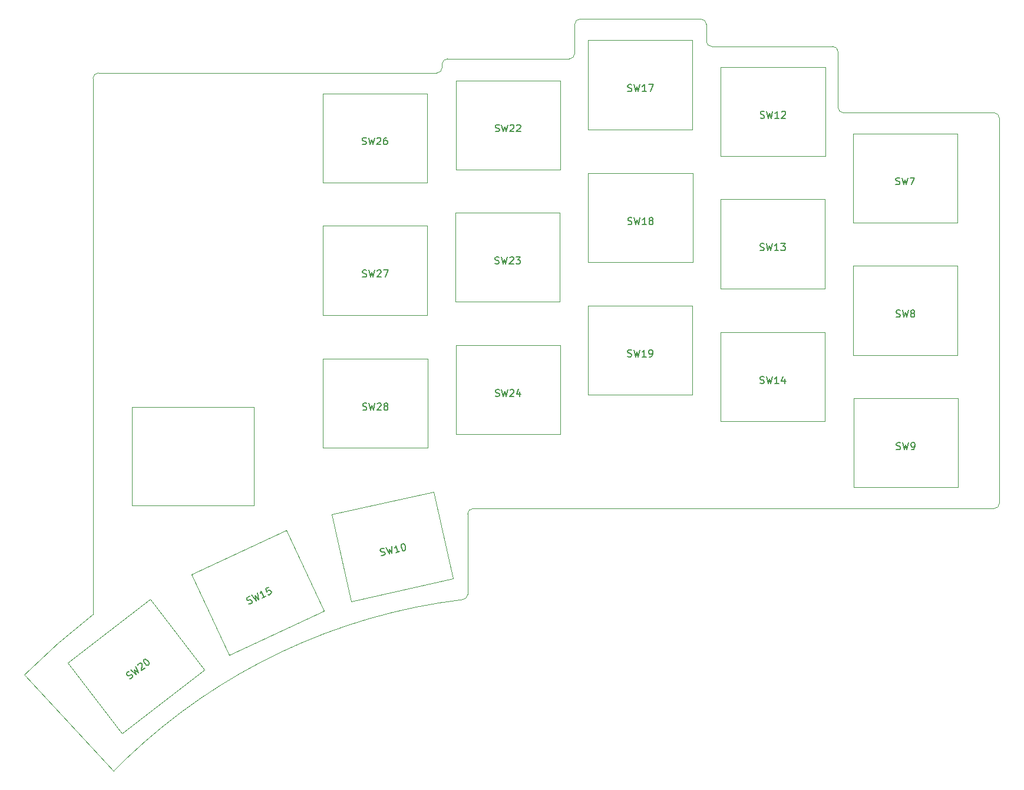
<source format=gbr>
%TF.GenerationSoftware,KiCad,Pcbnew,(5.1.7)-1*%
%TF.CreationDate,2021-07-26T00:39:18+05:30*%
%TF.ProjectId,Pteron36v0,50746572-6f6e-4333-9676-302e6b696361,rev?*%
%TF.SameCoordinates,Original*%
%TF.FileFunction,Profile,NP*%
%FSLAX46Y46*%
G04 Gerber Fmt 4.6, Leading zero omitted, Abs format (unit mm)*
G04 Created by KiCad (PCBNEW (5.1.7)-1) date 2021-07-26 00:39:18*
%MOMM*%
%LPD*%
G01*
G04 APERTURE LIST*
%TA.AperFunction,Profile*%
%ADD10C,0.050000*%
%TD*%
%TA.AperFunction,Profile*%
%ADD11C,0.120000*%
%TD*%
%ADD12C,0.150000*%
G04 APERTURE END LIST*
D10*
X70263096Y-135074394D02*
X70280491Y-135091801D01*
X70263096Y-135074393D02*
G75*
G02*
X80093256Y-126423331I73086158J-73136937D01*
G01*
X80093255Y-120238431D02*
X80093255Y-126423331D01*
X80855255Y-48572330D02*
X89855255Y-48572330D01*
X205579254Y-111183330D02*
X209579254Y-111183330D01*
X205579254Y-54287331D02*
X209579254Y-54287330D01*
X70280491Y-135091801D02*
X83082923Y-148893623D01*
X80093255Y-49334331D02*
X80093255Y-120238431D01*
X89855255Y-48572330D02*
X102455255Y-48572330D01*
X210341254Y-55049330D02*
X210341254Y-110421331D01*
X83082923Y-148893623D02*
G75*
G02*
X84967536Y-147037441I60291732J-59330407D01*
G01*
X168241254Y-41587331D02*
X168241255Y-44000330D01*
X133934254Y-123502330D02*
X133934254Y-122867330D01*
X84967535Y-147037441D02*
G75*
G02*
X133172255Y-124264332I58381719J-61173889D01*
G01*
X134696255Y-111183331D02*
X144746254Y-111183330D01*
X180814254Y-111183330D02*
X205579254Y-111183330D01*
X204817254Y-54287330D02*
X205579254Y-54287331D01*
X209579254Y-54287330D02*
G75*
G02*
X210341254Y-55049330I0J-762000D01*
G01*
X210341254Y-110421330D02*
G75*
G02*
X209579254Y-111183330I-762000J0D01*
G01*
X144746254Y-111183330D02*
X180814254Y-111183330D01*
X133934254Y-111945329D02*
X133934254Y-122867330D01*
X133934256Y-111945330D02*
G75*
G02*
X134696255Y-111183331I761999J0D01*
G01*
X133934254Y-123502329D02*
G75*
G02*
X133172255Y-124264330I-762000J-1D01*
G01*
X80093254Y-49334329D02*
G75*
G02*
X80855255Y-48572330I762000J-1D01*
G01*
X129506255Y-48572330D02*
X102455255Y-48572330D01*
X149318255Y-45778330D02*
X149318255Y-41587330D01*
X131030255Y-46540331D02*
X148556255Y-46540331D01*
X130268254Y-47302330D02*
X130268254Y-47810330D01*
X130268253Y-47810330D02*
G75*
G02*
X129506255Y-48572330I-761999J-1D01*
G01*
X130268255Y-47302331D02*
G75*
G02*
X131030255Y-46540331I762000J0D01*
G01*
X149318256Y-45778330D02*
G75*
G02*
X148556255Y-46540331I-762001J0D01*
G01*
X149318255Y-41587330D02*
G75*
G02*
X150080254Y-40825331I761999J0D01*
G01*
X167479254Y-40825331D02*
X150080254Y-40825331D01*
X167479255Y-40825330D02*
G75*
G02*
X168241254Y-41587331I-1J-762000D01*
G01*
X169003255Y-44762328D02*
G75*
G02*
X168241255Y-44000330I-1J761999D01*
G01*
X186402254Y-44762330D02*
X169003254Y-44762330D01*
X186402256Y-44762330D02*
G75*
G02*
X187164255Y-45524331I-1J-762000D01*
G01*
X187164255Y-53525331D02*
X187164255Y-45524331D01*
X187926254Y-54287330D02*
X188561254Y-54287330D01*
X187926256Y-54287330D02*
G75*
G02*
X187164255Y-53525331I-1J762000D01*
G01*
X204817254Y-54287330D02*
X188561254Y-54287330D01*
%TO.C,RE1*%
X103215254Y-110750330D02*
X85715254Y-110750330D01*
X103215254Y-110750330D02*
X103215254Y-96550330D01*
X85715254Y-96550330D02*
X85715254Y-110750330D01*
X85715254Y-96550330D02*
X103215254Y-96550330D01*
D11*
%TO.C,SW28*%
X113161509Y-89669365D02*
X128161509Y-89669365D01*
X113161509Y-89669365D02*
X113161509Y-102469365D01*
X128161509Y-89669365D02*
X128161509Y-102469365D01*
X113161509Y-102469365D02*
X128161509Y-102469365D01*
%TO.C,SW27*%
X113142130Y-70543915D02*
X128142130Y-70543915D01*
X113142130Y-70543915D02*
X113142130Y-83343915D01*
X128142130Y-70543915D02*
X128142130Y-83343915D01*
X113142130Y-83343915D02*
X128142130Y-83343915D01*
%TO.C,SW26*%
X113098486Y-51509020D02*
X128098486Y-51509020D01*
X113098486Y-51509020D02*
X113098486Y-64309020D01*
X128098486Y-51509020D02*
X128098486Y-64309020D01*
X113098486Y-64309020D02*
X128098486Y-64309020D01*
%TO.C,SW24*%
X132228913Y-87693290D02*
X147228913Y-87693290D01*
X132228913Y-87693290D02*
X132228913Y-100493290D01*
X147228913Y-87693290D02*
X147228913Y-100493290D01*
X132228913Y-100493290D02*
X147228913Y-100493290D01*
%TO.C,SW23*%
X132185269Y-68658394D02*
X147185269Y-68658394D01*
X132185269Y-68658394D02*
X132185269Y-81458394D01*
X147185269Y-68658394D02*
X147185269Y-81458394D01*
X132185269Y-81458394D02*
X147185269Y-81458394D01*
%TO.C,SW22*%
X132232181Y-49647769D02*
X147232181Y-49647769D01*
X132232181Y-49647769D02*
X132232181Y-62447769D01*
X147232181Y-49647769D02*
X147232181Y-62447769D01*
X132232181Y-62447769D02*
X147232181Y-62447769D01*
%TO.C,SW20*%
X76432486Y-133320428D02*
X88332786Y-124189007D01*
X76432486Y-133320428D02*
X84224632Y-143475351D01*
X88332786Y-124189007D02*
X96124932Y-134343930D01*
X84224632Y-143475351D02*
X96124932Y-134343930D01*
%TO.C,SW19*%
X151222246Y-82009196D02*
X166222246Y-82009196D01*
X151222246Y-82009196D02*
X151222246Y-94809196D01*
X166222246Y-82009196D02*
X166222246Y-94809196D01*
X151222246Y-94809196D02*
X166222246Y-94809196D01*
%TO.C,SW18*%
X151269162Y-62998567D02*
X166269162Y-62998567D01*
X151269162Y-62998567D02*
X151269162Y-75798567D01*
X166269162Y-62998567D02*
X166269162Y-75798567D01*
X151269162Y-75798567D02*
X166269162Y-75798567D01*
%TO.C,SW17*%
X151249779Y-43873116D02*
X166249779Y-43873116D01*
X151249779Y-43873116D02*
X151249779Y-56673116D01*
X166249779Y-43873116D02*
X166249779Y-56673116D01*
X151249779Y-56673116D02*
X166249779Y-56673116D01*
%TO.C,SW15*%
X94260030Y-120648127D02*
X107854647Y-114308853D01*
X94260030Y-120648127D02*
X99669543Y-132248867D01*
X107854647Y-114308853D02*
X113264160Y-125909593D01*
X99669543Y-132248867D02*
X113264160Y-125909593D01*
%TO.C,SW14*%
X170282678Y-85854677D02*
X185282678Y-85854677D01*
X170282678Y-85854677D02*
X170282678Y-98654677D01*
X185282678Y-85854677D02*
X185282678Y-98654677D01*
X170282678Y-98654677D02*
X185282678Y-98654677D01*
%TO.C,SW13*%
X170263305Y-66729232D02*
X185263305Y-66729232D01*
X170263305Y-66729232D02*
X170263305Y-79529232D01*
X185263305Y-66729232D02*
X185263305Y-79529232D01*
X170263305Y-79529232D02*
X185263305Y-79529232D01*
%TO.C,SW12*%
X170310215Y-47718605D02*
X185310215Y-47718605D01*
X170310215Y-47718605D02*
X170310215Y-60518605D01*
X185310215Y-47718605D02*
X185310215Y-60518605D01*
X170310215Y-60518605D02*
X185310215Y-60518605D01*
%TO.C,SW10*%
X114405450Y-111997924D02*
X129049891Y-108751329D01*
X114405450Y-111997924D02*
X117175877Y-124494513D01*
X129049891Y-108751329D02*
X131820318Y-121247918D01*
X117175877Y-124494513D02*
X131820318Y-121247918D01*
%TO.C,SW9*%
X189384677Y-95340622D02*
X204384677Y-95340622D01*
X189384677Y-95340622D02*
X189384677Y-108140622D01*
X204384677Y-95340622D02*
X204384677Y-108140622D01*
X189384677Y-108140622D02*
X204384677Y-108140622D01*
%TO.C,SW8*%
X189341035Y-76305722D02*
X204341035Y-76305722D01*
X189341035Y-76305722D02*
X189341035Y-89105722D01*
X204341035Y-76305722D02*
X204341035Y-89105722D01*
X189341035Y-89105722D02*
X204341035Y-89105722D01*
%TO.C,SW7*%
X189297387Y-57270820D02*
X204297387Y-57270820D01*
X189297387Y-57270820D02*
X189297387Y-70070820D01*
X204297387Y-57270820D02*
X204297387Y-70070820D01*
X189297387Y-70070820D02*
X204297387Y-70070820D01*
%TD*%
%TO.C,SW28*%
D12*
X118851985Y-96974126D02*
X118994842Y-97021745D01*
X119232937Y-97021745D01*
X119328175Y-96974126D01*
X119375794Y-96926507D01*
X119423413Y-96831269D01*
X119423413Y-96736031D01*
X119375794Y-96640793D01*
X119328175Y-96593174D01*
X119232937Y-96545555D01*
X119042461Y-96497936D01*
X118947223Y-96450317D01*
X118899604Y-96402698D01*
X118851985Y-96307460D01*
X118851985Y-96212222D01*
X118899604Y-96116984D01*
X118947223Y-96069365D01*
X119042461Y-96021745D01*
X119280556Y-96021745D01*
X119423413Y-96069365D01*
X119756747Y-96021745D02*
X119994842Y-97021745D01*
X120185318Y-96307460D01*
X120375794Y-97021745D01*
X120613889Y-96021745D01*
X120947223Y-96116984D02*
X120994842Y-96069365D01*
X121090080Y-96021745D01*
X121328175Y-96021745D01*
X121423413Y-96069365D01*
X121471032Y-96116984D01*
X121518651Y-96212222D01*
X121518651Y-96307460D01*
X121471032Y-96450317D01*
X120899604Y-97021745D01*
X121518651Y-97021745D01*
X122090080Y-96450317D02*
X121994842Y-96402698D01*
X121947223Y-96355079D01*
X121899604Y-96259841D01*
X121899604Y-96212222D01*
X121947223Y-96116984D01*
X121994842Y-96069365D01*
X122090080Y-96021745D01*
X122280556Y-96021745D01*
X122375794Y-96069365D01*
X122423413Y-96116984D01*
X122471032Y-96212222D01*
X122471032Y-96259841D01*
X122423413Y-96355079D01*
X122375794Y-96402698D01*
X122280556Y-96450317D01*
X122090080Y-96450317D01*
X121994842Y-96497936D01*
X121947223Y-96545555D01*
X121899604Y-96640793D01*
X121899604Y-96831269D01*
X121947223Y-96926507D01*
X121994842Y-96974126D01*
X122090080Y-97021745D01*
X122280556Y-97021745D01*
X122375794Y-96974126D01*
X122423413Y-96926507D01*
X122471032Y-96831269D01*
X122471032Y-96640793D01*
X122423413Y-96545555D01*
X122375794Y-96497936D01*
X122280556Y-96450317D01*
%TO.C,SW27*%
X118832606Y-77848676D02*
X118975463Y-77896295D01*
X119213558Y-77896295D01*
X119308796Y-77848676D01*
X119356415Y-77801057D01*
X119404034Y-77705819D01*
X119404034Y-77610581D01*
X119356415Y-77515343D01*
X119308796Y-77467724D01*
X119213558Y-77420105D01*
X119023082Y-77372486D01*
X118927844Y-77324867D01*
X118880225Y-77277248D01*
X118832606Y-77182010D01*
X118832606Y-77086772D01*
X118880225Y-76991534D01*
X118927844Y-76943915D01*
X119023082Y-76896295D01*
X119261177Y-76896295D01*
X119404034Y-76943915D01*
X119737368Y-76896295D02*
X119975463Y-77896295D01*
X120165939Y-77182010D01*
X120356415Y-77896295D01*
X120594510Y-76896295D01*
X120927844Y-76991534D02*
X120975463Y-76943915D01*
X121070701Y-76896295D01*
X121308796Y-76896295D01*
X121404034Y-76943915D01*
X121451653Y-76991534D01*
X121499272Y-77086772D01*
X121499272Y-77182010D01*
X121451653Y-77324867D01*
X120880225Y-77896295D01*
X121499272Y-77896295D01*
X121832606Y-76896295D02*
X122499272Y-76896295D01*
X122070701Y-77896295D01*
%TO.C,SW26*%
X118788962Y-58813781D02*
X118931819Y-58861400D01*
X119169914Y-58861400D01*
X119265152Y-58813781D01*
X119312771Y-58766162D01*
X119360390Y-58670924D01*
X119360390Y-58575686D01*
X119312771Y-58480448D01*
X119265152Y-58432829D01*
X119169914Y-58385210D01*
X118979438Y-58337591D01*
X118884200Y-58289972D01*
X118836581Y-58242353D01*
X118788962Y-58147115D01*
X118788962Y-58051877D01*
X118836581Y-57956639D01*
X118884200Y-57909020D01*
X118979438Y-57861400D01*
X119217533Y-57861400D01*
X119360390Y-57909020D01*
X119693724Y-57861400D02*
X119931819Y-58861400D01*
X120122295Y-58147115D01*
X120312771Y-58861400D01*
X120550866Y-57861400D01*
X120884200Y-57956639D02*
X120931819Y-57909020D01*
X121027057Y-57861400D01*
X121265152Y-57861400D01*
X121360390Y-57909020D01*
X121408009Y-57956639D01*
X121455628Y-58051877D01*
X121455628Y-58147115D01*
X121408009Y-58289972D01*
X120836581Y-58861400D01*
X121455628Y-58861400D01*
X122312771Y-57861400D02*
X122122295Y-57861400D01*
X122027057Y-57909020D01*
X121979438Y-57956639D01*
X121884200Y-58099496D01*
X121836581Y-58289972D01*
X121836581Y-58670924D01*
X121884200Y-58766162D01*
X121931819Y-58813781D01*
X122027057Y-58861400D01*
X122217533Y-58861400D01*
X122312771Y-58813781D01*
X122360390Y-58766162D01*
X122408009Y-58670924D01*
X122408009Y-58432829D01*
X122360390Y-58337591D01*
X122312771Y-58289972D01*
X122217533Y-58242353D01*
X122027057Y-58242353D01*
X121931819Y-58289972D01*
X121884200Y-58337591D01*
X121836581Y-58432829D01*
%TO.C,SW24*%
X137919389Y-94998051D02*
X138062246Y-95045670D01*
X138300341Y-95045670D01*
X138395579Y-94998051D01*
X138443198Y-94950432D01*
X138490817Y-94855194D01*
X138490817Y-94759956D01*
X138443198Y-94664718D01*
X138395579Y-94617099D01*
X138300341Y-94569480D01*
X138109865Y-94521861D01*
X138014627Y-94474242D01*
X137967008Y-94426623D01*
X137919389Y-94331385D01*
X137919389Y-94236147D01*
X137967008Y-94140909D01*
X138014627Y-94093290D01*
X138109865Y-94045670D01*
X138347960Y-94045670D01*
X138490817Y-94093290D01*
X138824151Y-94045670D02*
X139062246Y-95045670D01*
X139252722Y-94331385D01*
X139443198Y-95045670D01*
X139681293Y-94045670D01*
X140014627Y-94140909D02*
X140062246Y-94093290D01*
X140157484Y-94045670D01*
X140395579Y-94045670D01*
X140490817Y-94093290D01*
X140538436Y-94140909D01*
X140586055Y-94236147D01*
X140586055Y-94331385D01*
X140538436Y-94474242D01*
X139967008Y-95045670D01*
X140586055Y-95045670D01*
X141443198Y-94379004D02*
X141443198Y-95045670D01*
X141205103Y-93998051D02*
X140967008Y-94712337D01*
X141586055Y-94712337D01*
%TO.C,SW23*%
X137875745Y-75963155D02*
X138018602Y-76010774D01*
X138256697Y-76010774D01*
X138351935Y-75963155D01*
X138399554Y-75915536D01*
X138447173Y-75820298D01*
X138447173Y-75725060D01*
X138399554Y-75629822D01*
X138351935Y-75582203D01*
X138256697Y-75534584D01*
X138066221Y-75486965D01*
X137970983Y-75439346D01*
X137923364Y-75391727D01*
X137875745Y-75296489D01*
X137875745Y-75201251D01*
X137923364Y-75106013D01*
X137970983Y-75058394D01*
X138066221Y-75010774D01*
X138304316Y-75010774D01*
X138447173Y-75058394D01*
X138780507Y-75010774D02*
X139018602Y-76010774D01*
X139209078Y-75296489D01*
X139399554Y-76010774D01*
X139637649Y-75010774D01*
X139970983Y-75106013D02*
X140018602Y-75058394D01*
X140113840Y-75010774D01*
X140351935Y-75010774D01*
X140447173Y-75058394D01*
X140494792Y-75106013D01*
X140542411Y-75201251D01*
X140542411Y-75296489D01*
X140494792Y-75439346D01*
X139923364Y-76010774D01*
X140542411Y-76010774D01*
X140875745Y-75010774D02*
X141494792Y-75010774D01*
X141161459Y-75391727D01*
X141304316Y-75391727D01*
X141399554Y-75439346D01*
X141447173Y-75486965D01*
X141494792Y-75582203D01*
X141494792Y-75820298D01*
X141447173Y-75915536D01*
X141399554Y-75963155D01*
X141304316Y-76010774D01*
X141018602Y-76010774D01*
X140923364Y-75963155D01*
X140875745Y-75915536D01*
%TO.C,SW22*%
X137922657Y-56952530D02*
X138065514Y-57000149D01*
X138303609Y-57000149D01*
X138398847Y-56952530D01*
X138446466Y-56904911D01*
X138494085Y-56809673D01*
X138494085Y-56714435D01*
X138446466Y-56619197D01*
X138398847Y-56571578D01*
X138303609Y-56523959D01*
X138113133Y-56476340D01*
X138017895Y-56428721D01*
X137970276Y-56381102D01*
X137922657Y-56285864D01*
X137922657Y-56190626D01*
X137970276Y-56095388D01*
X138017895Y-56047769D01*
X138113133Y-56000149D01*
X138351228Y-56000149D01*
X138494085Y-56047769D01*
X138827419Y-56000149D02*
X139065514Y-57000149D01*
X139255990Y-56285864D01*
X139446466Y-57000149D01*
X139684561Y-56000149D01*
X140017895Y-56095388D02*
X140065514Y-56047769D01*
X140160752Y-56000149D01*
X140398847Y-56000149D01*
X140494085Y-56047769D01*
X140541704Y-56095388D01*
X140589323Y-56190626D01*
X140589323Y-56285864D01*
X140541704Y-56428721D01*
X139970276Y-57000149D01*
X140589323Y-57000149D01*
X140970276Y-56095388D02*
X141017895Y-56047769D01*
X141113133Y-56000149D01*
X141351228Y-56000149D01*
X141446466Y-56047769D01*
X141494085Y-56095388D01*
X141541704Y-56190626D01*
X141541704Y-56285864D01*
X141494085Y-56428721D01*
X140922657Y-57000149D01*
X141541704Y-57000149D01*
%TO.C,SW20*%
X85393901Y-135651543D02*
X85536226Y-135602356D01*
X85725120Y-135457413D01*
X85771688Y-135361657D01*
X85780479Y-135294889D01*
X85760280Y-135190343D01*
X85702303Y-135114786D01*
X85606547Y-135068217D01*
X85539779Y-135059427D01*
X85435233Y-135079625D01*
X85255130Y-135157801D01*
X85150584Y-135178000D01*
X85083816Y-135169210D01*
X84988060Y-135122641D01*
X84930083Y-135047083D01*
X84909884Y-134942537D01*
X84918674Y-134875770D01*
X84965243Y-134780014D01*
X85154137Y-134635071D01*
X85296462Y-134585883D01*
X85531924Y-134345184D02*
X86329579Y-134993594D01*
X86045865Y-134310959D01*
X86631809Y-134761685D01*
X86211941Y-133823389D01*
X86534370Y-133696026D02*
X86543160Y-133629258D01*
X86589729Y-133533502D01*
X86778622Y-133388559D01*
X86883168Y-133368361D01*
X86949936Y-133377151D01*
X87045692Y-133423720D01*
X87103669Y-133499277D01*
X87152856Y-133641602D01*
X87047375Y-134442810D01*
X87538499Y-134065958D01*
X87420861Y-132895752D02*
X87496418Y-132837775D01*
X87600964Y-132817576D01*
X87667732Y-132826367D01*
X87763488Y-132872935D01*
X87917221Y-132995062D01*
X88062164Y-133183955D01*
X88140340Y-133364059D01*
X88160539Y-133468605D01*
X88151749Y-133535372D01*
X88105180Y-133631128D01*
X88029622Y-133689106D01*
X87925076Y-133709304D01*
X87858309Y-133700514D01*
X87762553Y-133653945D01*
X87608819Y-133531819D01*
X87463876Y-133342925D01*
X87385700Y-133162822D01*
X87365502Y-133058276D01*
X87374292Y-132991508D01*
X87420861Y-132895752D01*
%TO.C,SW19*%
X156912722Y-89313957D02*
X157055579Y-89361576D01*
X157293674Y-89361576D01*
X157388912Y-89313957D01*
X157436531Y-89266338D01*
X157484150Y-89171100D01*
X157484150Y-89075862D01*
X157436531Y-88980624D01*
X157388912Y-88933005D01*
X157293674Y-88885386D01*
X157103198Y-88837767D01*
X157007960Y-88790148D01*
X156960341Y-88742529D01*
X156912722Y-88647291D01*
X156912722Y-88552053D01*
X156960341Y-88456815D01*
X157007960Y-88409196D01*
X157103198Y-88361576D01*
X157341293Y-88361576D01*
X157484150Y-88409196D01*
X157817484Y-88361576D02*
X158055579Y-89361576D01*
X158246055Y-88647291D01*
X158436531Y-89361576D01*
X158674626Y-88361576D01*
X159579388Y-89361576D02*
X159007960Y-89361576D01*
X159293674Y-89361576D02*
X159293674Y-88361576D01*
X159198436Y-88504434D01*
X159103198Y-88599672D01*
X159007960Y-88647291D01*
X160055579Y-89361576D02*
X160246055Y-89361576D01*
X160341293Y-89313957D01*
X160388912Y-89266338D01*
X160484150Y-89123481D01*
X160531769Y-88933005D01*
X160531769Y-88552053D01*
X160484150Y-88456815D01*
X160436531Y-88409196D01*
X160341293Y-88361576D01*
X160150817Y-88361576D01*
X160055579Y-88409196D01*
X160007960Y-88456815D01*
X159960341Y-88552053D01*
X159960341Y-88790148D01*
X160007960Y-88885386D01*
X160055579Y-88933005D01*
X160150817Y-88980624D01*
X160341293Y-88980624D01*
X160436531Y-88933005D01*
X160484150Y-88885386D01*
X160531769Y-88790148D01*
%TO.C,SW18*%
X156959638Y-70303328D02*
X157102495Y-70350947D01*
X157340590Y-70350947D01*
X157435828Y-70303328D01*
X157483447Y-70255709D01*
X157531066Y-70160471D01*
X157531066Y-70065233D01*
X157483447Y-69969995D01*
X157435828Y-69922376D01*
X157340590Y-69874757D01*
X157150114Y-69827138D01*
X157054876Y-69779519D01*
X157007257Y-69731900D01*
X156959638Y-69636662D01*
X156959638Y-69541424D01*
X157007257Y-69446186D01*
X157054876Y-69398567D01*
X157150114Y-69350947D01*
X157388209Y-69350947D01*
X157531066Y-69398567D01*
X157864400Y-69350947D02*
X158102495Y-70350947D01*
X158292971Y-69636662D01*
X158483447Y-70350947D01*
X158721542Y-69350947D01*
X159626304Y-70350947D02*
X159054876Y-70350947D01*
X159340590Y-70350947D02*
X159340590Y-69350947D01*
X159245352Y-69493805D01*
X159150114Y-69589043D01*
X159054876Y-69636662D01*
X160197733Y-69779519D02*
X160102495Y-69731900D01*
X160054876Y-69684281D01*
X160007257Y-69589043D01*
X160007257Y-69541424D01*
X160054876Y-69446186D01*
X160102495Y-69398567D01*
X160197733Y-69350947D01*
X160388209Y-69350947D01*
X160483447Y-69398567D01*
X160531066Y-69446186D01*
X160578685Y-69541424D01*
X160578685Y-69589043D01*
X160531066Y-69684281D01*
X160483447Y-69731900D01*
X160388209Y-69779519D01*
X160197733Y-69779519D01*
X160102495Y-69827138D01*
X160054876Y-69874757D01*
X160007257Y-69969995D01*
X160007257Y-70160471D01*
X160054876Y-70255709D01*
X160102495Y-70303328D01*
X160197733Y-70350947D01*
X160388209Y-70350947D01*
X160483447Y-70303328D01*
X160531066Y-70255709D01*
X160578685Y-70160471D01*
X160578685Y-69969995D01*
X160531066Y-69874757D01*
X160483447Y-69827138D01*
X160388209Y-69779519D01*
%TO.C,SW17*%
X156940255Y-51177877D02*
X157083112Y-51225496D01*
X157321207Y-51225496D01*
X157416445Y-51177877D01*
X157464064Y-51130258D01*
X157511683Y-51035020D01*
X157511683Y-50939782D01*
X157464064Y-50844544D01*
X157416445Y-50796925D01*
X157321207Y-50749306D01*
X157130731Y-50701687D01*
X157035493Y-50654068D01*
X156987874Y-50606449D01*
X156940255Y-50511211D01*
X156940255Y-50415973D01*
X156987874Y-50320735D01*
X157035493Y-50273116D01*
X157130731Y-50225496D01*
X157368826Y-50225496D01*
X157511683Y-50273116D01*
X157845017Y-50225496D02*
X158083112Y-51225496D01*
X158273588Y-50511211D01*
X158464064Y-51225496D01*
X158702159Y-50225496D01*
X159606921Y-51225496D02*
X159035493Y-51225496D01*
X159321207Y-51225496D02*
X159321207Y-50225496D01*
X159225969Y-50368354D01*
X159130731Y-50463592D01*
X159035493Y-50511211D01*
X159940255Y-50225496D02*
X160606921Y-50225496D01*
X160178350Y-51225496D01*
%TO.C,SW15*%
X102504478Y-124863590D02*
X102654075Y-124846374D01*
X102869863Y-124745750D01*
X102936053Y-124662343D01*
X102959086Y-124599061D01*
X102961994Y-124492621D01*
X102921745Y-124406306D01*
X102838338Y-124340116D01*
X102775055Y-124317083D01*
X102668616Y-124314175D01*
X102475861Y-124351516D01*
X102369421Y-124348608D01*
X102306139Y-124325575D01*
X102222732Y-124259385D01*
X102182483Y-124173070D01*
X102185391Y-124066630D01*
X102208424Y-124003348D01*
X102274614Y-123919941D01*
X102490402Y-123819318D01*
X102639999Y-123802101D01*
X102921977Y-123618071D02*
X103560383Y-124423755D01*
X103431143Y-123695894D01*
X103905643Y-124262758D01*
X103698812Y-123255827D01*
X104941423Y-123779766D02*
X104423533Y-124021262D01*
X104682478Y-123900514D02*
X104259860Y-122994206D01*
X104233919Y-123163928D01*
X104187853Y-123290492D01*
X104121663Y-123373899D01*
X105338798Y-122491089D02*
X104907223Y-122692336D01*
X105065312Y-123144036D01*
X105088345Y-123080753D01*
X105154535Y-122997347D01*
X105370323Y-122896723D01*
X105476762Y-122899631D01*
X105540044Y-122922664D01*
X105623451Y-122988854D01*
X105724075Y-123204642D01*
X105721167Y-123311082D01*
X105698134Y-123374364D01*
X105631943Y-123457771D01*
X105416156Y-123558394D01*
X105309716Y-123555486D01*
X105246434Y-123532453D01*
%TO.C,SW14*%
X175973154Y-93159438D02*
X176116011Y-93207057D01*
X176354106Y-93207057D01*
X176449344Y-93159438D01*
X176496963Y-93111819D01*
X176544582Y-93016581D01*
X176544582Y-92921343D01*
X176496963Y-92826105D01*
X176449344Y-92778486D01*
X176354106Y-92730867D01*
X176163630Y-92683248D01*
X176068392Y-92635629D01*
X176020773Y-92588010D01*
X175973154Y-92492772D01*
X175973154Y-92397534D01*
X176020773Y-92302296D01*
X176068392Y-92254677D01*
X176163630Y-92207057D01*
X176401725Y-92207057D01*
X176544582Y-92254677D01*
X176877916Y-92207057D02*
X177116011Y-93207057D01*
X177306487Y-92492772D01*
X177496963Y-93207057D01*
X177735058Y-92207057D01*
X178639820Y-93207057D02*
X178068392Y-93207057D01*
X178354106Y-93207057D02*
X178354106Y-92207057D01*
X178258868Y-92349915D01*
X178163630Y-92445153D01*
X178068392Y-92492772D01*
X179496963Y-92540391D02*
X179496963Y-93207057D01*
X179258868Y-92159438D02*
X179020773Y-92873724D01*
X179639820Y-92873724D01*
%TO.C,SW13*%
X175953781Y-74033993D02*
X176096638Y-74081612D01*
X176334733Y-74081612D01*
X176429971Y-74033993D01*
X176477590Y-73986374D01*
X176525209Y-73891136D01*
X176525209Y-73795898D01*
X176477590Y-73700660D01*
X176429971Y-73653041D01*
X176334733Y-73605422D01*
X176144257Y-73557803D01*
X176049019Y-73510184D01*
X176001400Y-73462565D01*
X175953781Y-73367327D01*
X175953781Y-73272089D01*
X176001400Y-73176851D01*
X176049019Y-73129232D01*
X176144257Y-73081612D01*
X176382352Y-73081612D01*
X176525209Y-73129232D01*
X176858543Y-73081612D02*
X177096638Y-74081612D01*
X177287114Y-73367327D01*
X177477590Y-74081612D01*
X177715685Y-73081612D01*
X178620447Y-74081612D02*
X178049019Y-74081612D01*
X178334733Y-74081612D02*
X178334733Y-73081612D01*
X178239495Y-73224470D01*
X178144257Y-73319708D01*
X178049019Y-73367327D01*
X178953781Y-73081612D02*
X179572828Y-73081612D01*
X179239495Y-73462565D01*
X179382352Y-73462565D01*
X179477590Y-73510184D01*
X179525209Y-73557803D01*
X179572828Y-73653041D01*
X179572828Y-73891136D01*
X179525209Y-73986374D01*
X179477590Y-74033993D01*
X179382352Y-74081612D01*
X179096638Y-74081612D01*
X179001400Y-74033993D01*
X178953781Y-73986374D01*
%TO.C,SW12*%
X176000691Y-55023366D02*
X176143548Y-55070985D01*
X176381643Y-55070985D01*
X176476881Y-55023366D01*
X176524500Y-54975747D01*
X176572119Y-54880509D01*
X176572119Y-54785271D01*
X176524500Y-54690033D01*
X176476881Y-54642414D01*
X176381643Y-54594795D01*
X176191167Y-54547176D01*
X176095929Y-54499557D01*
X176048310Y-54451938D01*
X176000691Y-54356700D01*
X176000691Y-54261462D01*
X176048310Y-54166224D01*
X176095929Y-54118605D01*
X176191167Y-54070985D01*
X176429262Y-54070985D01*
X176572119Y-54118605D01*
X176905453Y-54070985D02*
X177143548Y-55070985D01*
X177334024Y-54356700D01*
X177524500Y-55070985D01*
X177762595Y-54070985D01*
X178667357Y-55070985D02*
X178095929Y-55070985D01*
X178381643Y-55070985D02*
X178381643Y-54070985D01*
X178286405Y-54213843D01*
X178191167Y-54309081D01*
X178095929Y-54356700D01*
X179048310Y-54166224D02*
X179095929Y-54118605D01*
X179191167Y-54070985D01*
X179429262Y-54070985D01*
X179524500Y-54118605D01*
X179572119Y-54166224D01*
X179619738Y-54261462D01*
X179619738Y-54356700D01*
X179572119Y-54499557D01*
X179000691Y-55070985D01*
X179619738Y-55070985D01*
%TO.C,SW10*%
X121542079Y-117897889D02*
X121691857Y-117913459D01*
X121924308Y-117861926D01*
X122006982Y-117794822D01*
X122043166Y-117738025D01*
X122069043Y-117634738D01*
X122048429Y-117541757D01*
X121981326Y-117459083D01*
X121924529Y-117422900D01*
X121821242Y-117397023D01*
X121624974Y-117391759D01*
X121521687Y-117365882D01*
X121464890Y-117329698D01*
X121397786Y-117247025D01*
X121377173Y-117154044D01*
X121403050Y-117050757D01*
X121439233Y-116993960D01*
X121521907Y-116926856D01*
X121754359Y-116875323D01*
X121904136Y-116890893D01*
X122219262Y-116772257D02*
X122668153Y-117697019D01*
X122699514Y-116958438D01*
X123040075Y-117614566D01*
X123056087Y-116586737D01*
X124155842Y-117367207D02*
X123597958Y-117490886D01*
X123876900Y-117429046D02*
X123660460Y-116452750D01*
X123598400Y-116612835D01*
X123526033Y-116726428D01*
X123443359Y-116793532D01*
X124543776Y-116256924D02*
X124636756Y-116236311D01*
X124740044Y-116262188D01*
X124796841Y-116298371D01*
X124863944Y-116381045D01*
X124951661Y-116556700D01*
X125003194Y-116789151D01*
X124997931Y-116985419D01*
X124972054Y-117088706D01*
X124935870Y-117145503D01*
X124853196Y-117212607D01*
X124760216Y-117233220D01*
X124656928Y-117207343D01*
X124600131Y-117171159D01*
X124533028Y-117088486D01*
X124445311Y-116912831D01*
X124393778Y-116680380D01*
X124399041Y-116484112D01*
X124424918Y-116380825D01*
X124461102Y-116324028D01*
X124543776Y-116256924D01*
%TO.C,SW9*%
X195551343Y-102645383D02*
X195694200Y-102693002D01*
X195932296Y-102693002D01*
X196027534Y-102645383D01*
X196075153Y-102597764D01*
X196122772Y-102502526D01*
X196122772Y-102407288D01*
X196075153Y-102312050D01*
X196027534Y-102264431D01*
X195932296Y-102216812D01*
X195741819Y-102169193D01*
X195646581Y-102121574D01*
X195598962Y-102073955D01*
X195551343Y-101978717D01*
X195551343Y-101883479D01*
X195598962Y-101788241D01*
X195646581Y-101740622D01*
X195741819Y-101693002D01*
X195979915Y-101693002D01*
X196122772Y-101740622D01*
X196456105Y-101693002D02*
X196694200Y-102693002D01*
X196884677Y-101978717D01*
X197075153Y-102693002D01*
X197313248Y-101693002D01*
X197741819Y-102693002D02*
X197932296Y-102693002D01*
X198027534Y-102645383D01*
X198075153Y-102597764D01*
X198170391Y-102454907D01*
X198218010Y-102264431D01*
X198218010Y-101883479D01*
X198170391Y-101788241D01*
X198122772Y-101740622D01*
X198027534Y-101693002D01*
X197837057Y-101693002D01*
X197741819Y-101740622D01*
X197694200Y-101788241D01*
X197646581Y-101883479D01*
X197646581Y-102121574D01*
X197694200Y-102216812D01*
X197741819Y-102264431D01*
X197837057Y-102312050D01*
X198027534Y-102312050D01*
X198122772Y-102264431D01*
X198170391Y-102216812D01*
X198218010Y-102121574D01*
%TO.C,SW8*%
X195507701Y-83610483D02*
X195650558Y-83658102D01*
X195888654Y-83658102D01*
X195983892Y-83610483D01*
X196031511Y-83562864D01*
X196079130Y-83467626D01*
X196079130Y-83372388D01*
X196031511Y-83277150D01*
X195983892Y-83229531D01*
X195888654Y-83181912D01*
X195698177Y-83134293D01*
X195602939Y-83086674D01*
X195555320Y-83039055D01*
X195507701Y-82943817D01*
X195507701Y-82848579D01*
X195555320Y-82753341D01*
X195602939Y-82705722D01*
X195698177Y-82658102D01*
X195936273Y-82658102D01*
X196079130Y-82705722D01*
X196412463Y-82658102D02*
X196650558Y-83658102D01*
X196841035Y-82943817D01*
X197031511Y-83658102D01*
X197269606Y-82658102D01*
X197793415Y-83086674D02*
X197698177Y-83039055D01*
X197650558Y-82991436D01*
X197602939Y-82896198D01*
X197602939Y-82848579D01*
X197650558Y-82753341D01*
X197698177Y-82705722D01*
X197793415Y-82658102D01*
X197983892Y-82658102D01*
X198079130Y-82705722D01*
X198126749Y-82753341D01*
X198174368Y-82848579D01*
X198174368Y-82896198D01*
X198126749Y-82991436D01*
X198079130Y-83039055D01*
X197983892Y-83086674D01*
X197793415Y-83086674D01*
X197698177Y-83134293D01*
X197650558Y-83181912D01*
X197602939Y-83277150D01*
X197602939Y-83467626D01*
X197650558Y-83562864D01*
X197698177Y-83610483D01*
X197793415Y-83658102D01*
X197983892Y-83658102D01*
X198079130Y-83610483D01*
X198126749Y-83562864D01*
X198174368Y-83467626D01*
X198174368Y-83277150D01*
X198126749Y-83181912D01*
X198079130Y-83134293D01*
X197983892Y-83086674D01*
%TO.C,SW7*%
X195464053Y-64575581D02*
X195606910Y-64623200D01*
X195845006Y-64623200D01*
X195940244Y-64575581D01*
X195987863Y-64527962D01*
X196035482Y-64432724D01*
X196035482Y-64337486D01*
X195987863Y-64242248D01*
X195940244Y-64194629D01*
X195845006Y-64147010D01*
X195654529Y-64099391D01*
X195559291Y-64051772D01*
X195511672Y-64004153D01*
X195464053Y-63908915D01*
X195464053Y-63813677D01*
X195511672Y-63718439D01*
X195559291Y-63670820D01*
X195654529Y-63623200D01*
X195892625Y-63623200D01*
X196035482Y-63670820D01*
X196368815Y-63623200D02*
X196606910Y-64623200D01*
X196797387Y-63908915D01*
X196987863Y-64623200D01*
X197225958Y-63623200D01*
X197511672Y-63623200D02*
X198178339Y-63623200D01*
X197749767Y-64623200D01*
%TD*%
M02*

</source>
